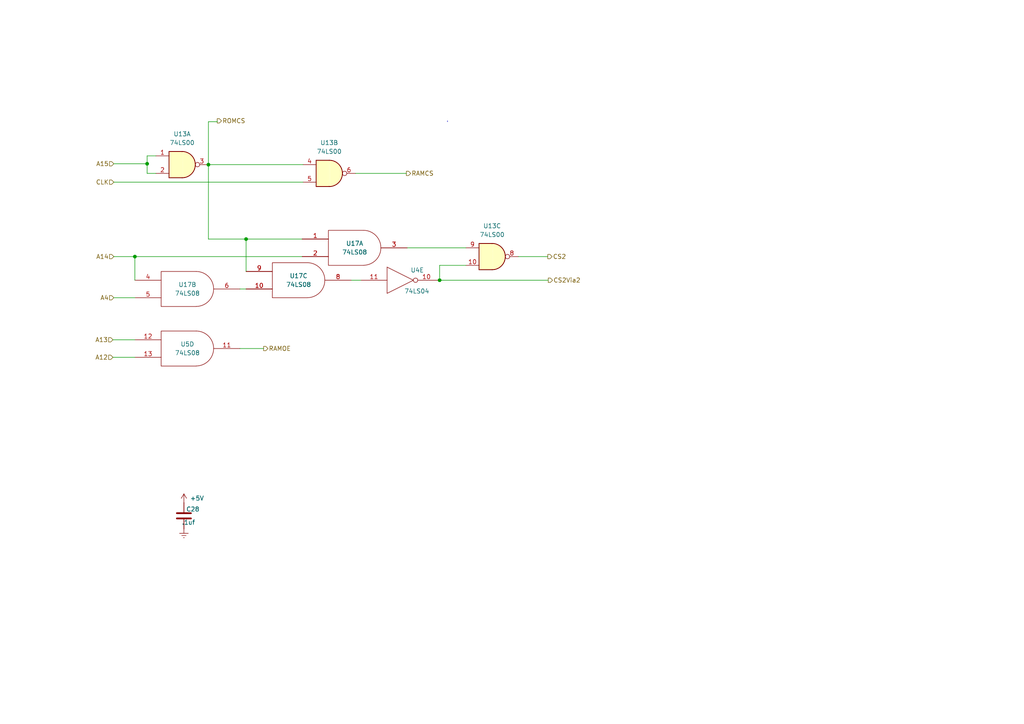
<source format=kicad_sch>
(kicad_sch (version 20231120) (generator "eeschema") (generator_version "8.0")
  (paper "A4")
  (lib_symbols
    (symbol "74xx:74LS00" (pin_names (offset 1.016))
      (property "Reference" "U" (at 0 1.27 0))
      (property "Value" "74LS00" (at 0 -1.27 0))
      (symbol "74LS00_1_1"
        (arc (start 0 -3.81) (mid 3.7934 0) (end 0 3.81) (stroke (width 0.254)) (fill (type background)))
        (polyline (pts (xy 0 3.81) (xy -3.81 3.81) (xy -3.81 -3.81) (xy 0 -3.81)) (stroke (width 0.254)) (fill (type background)))
        (pin input line (at -7.62 2.54 0) (length 3.81) (name "~") (number "1"))
        (pin input line (at -7.62 -2.54 0) (length 3.81) (name "~") (number "2"))
        (pin output inverted (at 7.62 0 180) (length 3.81) (name "~") (number "3"))
      )
      (symbol "74LS00_1_2"
        (arc (start -3.81 -3.81) (mid -2.589 0) (end -3.81 3.81) (stroke (width 0.254)))
        (arc (start -0.6096 -3.81) (mid 2.1842 -2.5851) (end 3.81 0) (stroke (width 0.254)) (fill (type background)))
        (polyline (pts (xy -3.81 -3.81) (xy -0.635 -3.81)) (stroke (width 0.254)) (fill (type background)))
        (polyline (pts (xy -3.81 3.81) (xy -0.635 3.81)) (stroke (width 0.254)) (fill (type background)))
        (polyline (pts (xy -0.635 3.81) (xy -3.81 3.81) (xy -3.81 3.81) (xy -3.556 3.4036) (xy -3.0226 2.2606) (xy -2.6924 1.0414) (xy -2.6162 -0.254) (xy -2.7686 -1.4986) (xy -3.175 -2.7178) (xy -3.81 -3.81) (xy -3.81 -3.81) (xy -0.635 -3.81)) (stroke (width -25.4)) (fill (type background)))
        (arc (start 3.81 0) (mid 2.1915 2.5936) (end -0.6096 3.81) (stroke (width 0.254)) (fill (type background)))
        (pin input inverted (at -7.62 2.54 0) (length 4.318) (name "~") (number "1"))
        (pin input inverted (at -7.62 -2.54 0) (length 4.318) (name "~") (number "2"))
        (pin output line (at 7.62 0 180) (length 3.81) (name "~") (number "3"))
      )
      (symbol "74LS00_2_1"
        (arc (start 0 -3.81) (mid 3.7934 0) (end 0 3.81) (stroke (width 0.254)) (fill (type background)))
        (polyline (pts (xy 0 3.81) (xy -3.81 3.81) (xy -3.81 -3.81) (xy 0 -3.81)) (stroke (width 0.254)) (fill (type background)))
        (pin input line (at -7.62 2.54 0) (length 3.81) (name "~") (number "4"))
        (pin input line (at -7.62 -2.54 0) (length 3.81) (name "~") (number "5"))
        (pin output inverted (at 7.62 0 180) (length 3.81) (name "~") (number "6"))
      )
      (symbol "74LS00_2_2"
        (arc (start -3.81 -3.81) (mid -2.589 0) (end -3.81 3.81) (stroke (width 0.254)))
        (arc (start -0.6096 -3.81) (mid 2.1842 -2.5851) (end 3.81 0) (stroke (width 0.254)) (fill (type background)))
        (polyline (pts (xy -3.81 -3.81) (xy -0.635 -3.81)) (stroke (width 0.254)) (fill (type background)))
        (polyline (pts (xy -3.81 3.81) (xy -0.635 3.81)) (stroke (width 0.254)) (fill (type background)))
        (polyline (pts (xy -0.635 3.81) (xy -3.81 3.81) (xy -3.81 3.81) (xy -3.556 3.4036) (xy -3.0226 2.2606) (xy -2.6924 1.0414) (xy -2.6162 -0.254) (xy -2.7686 -1.4986) (xy -3.175 -2.7178) (xy -3.81 -3.81) (xy -3.81 -3.81) (xy -0.635 -3.81)) (stroke (width -25.4)) (fill (type background)))
        (arc (start 3.81 0) (mid 2.1915 2.5936) (end -0.6096 3.81) (stroke (width 0.254)) (fill (type background)))
        (pin input inverted (at -7.62 2.54 0) (length 4.318) (name "~") (number "4"))
        (pin input inverted (at -7.62 -2.54 0) (length 4.318) (name "~") (number "5"))
        (pin output line (at 7.62 0 180) (length 3.81) (name "~") (number "6"))
      )
      (symbol "74LS00_3_1"
        (arc (start 0 -3.81) (mid 3.7934 0) (end 0 3.81) (stroke (width 0.254)) (fill (type background)))
        (polyline (pts (xy 0 3.81) (xy -3.81 3.81) (xy -3.81 -3.81) (xy 0 -3.81)) (stroke (width 0.254)) (fill (type background)))
        (pin input line (at -7.62 -2.54 0) (length 3.81) (name "~") (number "10"))
        (pin output inverted (at 7.62 0 180) (length 3.81) (name "~") (number "8"))
        (pin input line (at -7.62 2.54 0) (length 3.81) (name "~") (number "9"))
      )
      (symbol "74LS00_3_2"
        (arc (start -3.81 -3.81) (mid -2.589 0) (end -3.81 3.81) (stroke (width 0.254)))
        (arc (start -0.6096 -3.81) (mid 2.1842 -2.5851) (end 3.81 0) (stroke (width 0.254)) (fill (type background)))
        (polyline (pts (xy -3.81 -3.81) (xy -0.635 -3.81)) (stroke (width 0.254)) (fill (type background)))
        (polyline (pts (xy -3.81 3.81) (xy -0.635 3.81)) (stroke (width 0.254)) (fill (type background)))
        (polyline (pts (xy -0.635 3.81) (xy -3.81 3.81) (xy -3.81 3.81) (xy -3.556 3.4036) (xy -3.0226 2.2606) (xy -2.6924 1.0414) (xy -2.6162 -0.254) (xy -2.7686 -1.4986) (xy -3.175 -2.7178) (xy -3.81 -3.81) (xy -3.81 -3.81) (xy -0.635 -3.81)) (stroke (width -25.4)) (fill (type background)))
        (arc (start 3.81 0) (mid 2.1915 2.5936) (end -0.6096 3.81) (stroke (width 0.254)) (fill (type background)))
        (pin input inverted (at -7.62 -2.54 0) (length 4.318) (name "~") (number "10"))
        (pin output line (at 7.62 0 180) (length 3.81) (name "~") (number "8"))
        (pin input inverted (at -7.62 2.54 0) (length 4.318) (name "~") (number "9"))
      )
      (symbol "74LS00_4_1"
        (arc (start 0 -3.81) (mid 3.7934 0) (end 0 3.81) (stroke (width 0.254)) (fill (type background)))
        (polyline (pts (xy 0 3.81) (xy -3.81 3.81) (xy -3.81 -3.81) (xy 0 -3.81)) (stroke (width 0.254)) (fill (type background)))
        (pin output inverted (at 7.62 0 180) (length 3.81) (name "~") (number "11"))
        (pin input line (at -7.62 2.54 0) (length 3.81) (name "~") (number "12"))
        (pin input line (at -7.62 -2.54 0) (length 3.81) (name "~") (number "13"))
      )
      (symbol "74LS00_4_2"
        (arc (start -3.81 -3.81) (mid -2.589 0) (end -3.81 3.81) (stroke (width 0.254)))
        (arc (start -0.6096 -3.81) (mid 2.1842 -2.5851) (end 3.81 0) (stroke (width 0.254)) (fill (type background)))
        (polyline (pts (xy -3.81 -3.81) (xy -0.635 -3.81)) (stroke (width 0.254)) (fill (type background)))
        (polyline (pts (xy -3.81 3.81) (xy -0.635 3.81)) (stroke (width 0.254)) (fill (type background)))
        (polyline (pts (xy -0.635 3.81) (xy -3.81 3.81) (xy -3.81 3.81) (xy -3.556 3.4036) (xy -3.0226 2.2606) (xy -2.6924 1.0414) (xy -2.6162 -0.254) (xy -2.7686 -1.4986) (xy -3.175 -2.7178) (xy -3.81 -3.81) (xy -3.81 -3.81) (xy -0.635 -3.81)) (stroke (width -25.4)) (fill (type background)))
        (arc (start 3.81 0) (mid 2.1915 2.5936) (end -0.6096 3.81) (stroke (width 0.254)) (fill (type background)))
        (pin output line (at 7.62 0 180) (length 3.81) (name "~") (number "11"))
        (pin input inverted (at -7.62 2.54 0) (length 4.318) (name "~") (number "12"))
        (pin input inverted (at -7.62 -2.54 0) (length 4.318) (name "~") (number "13"))
      )
      (symbol "74LS00_5_0"
        (pin power_in line (at 0 12.7 270) (length 5.08) (name "VCC") (number "14"))
        (pin power_in line (at 0 -12.7 90) (length 5.08) (name "GND") (number "7"))
      )
      (symbol "74LS00_5_1"
        (rectangle (start -5.08 7.62) (end 5.08 -7.62) (stroke (width 0.254)) (fill (type background)))
      )
    )
    (symbol "8bit-computer-rescue:74LS04-8bit-computer-rescue" (pin_names (offset 0.762))
      (property "Reference" "U" (at 4.953 2.921 0))
      (property "Value" "8bit-computer-rescue:74LS04" (at 4.826 -3.175 0))
      (symbol "74LS04-8bit-computer-rescue_0_0"
        (polyline (pts (xy -3.81 3.81) (xy -3.81 -3.81) (xy 3.81 0) (xy -3.81 3.81)))
        (pin power_in line (at -1.27 2.54 90) (length 0) hide (name "VCC") (number "14"))
        (pin power_in line (at -1.27 -2.54 90) (length 0) hide (name "GND") (number "7"))
      )
      (symbol "74LS04-8bit-computer-rescue_1_1"
        (pin input line (at -11.43 0 0) (length 7.62) (name "~") (number "1"))
        (pin output inverted (at 11.43 0 180) (length 7.62) (name "~") (number "2"))
      )
      (symbol "74LS04-8bit-computer-rescue_1_2"
        (pin input inverted (at -11.43 0 0) (length 7.62) (name "~") (number "1"))
        (pin output line (at 11.43 0 180) (length 7.62) (name "~") (number "2"))
      )
      (symbol "74LS04-8bit-computer-rescue_2_1"
        (pin input line (at -11.43 0 0) (length 7.62) (name "~") (number "3"))
        (pin output inverted (at 11.43 0 180) (length 7.62) (name "~") (number "4"))
      )
      (symbol "74LS04-8bit-computer-rescue_2_2"
        (pin input inverted (at -11.43 0 0) (length 7.62) (name "~") (number "3"))
        (pin output line (at 11.43 0 180) (length 7.62) (name "~") (number "4"))
      )
      (symbol "74LS04-8bit-computer-rescue_3_1"
        (pin input line (at -11.43 0 0) (length 7.62) (name "~") (number "5"))
        (pin output inverted (at 11.43 0 180) (length 7.62) (name "~") (number "6"))
      )
      (symbol "74LS04-8bit-computer-rescue_3_2"
        (pin input inverted (at -11.43 0 0) (length 7.62) (name "~") (number "5"))
        (pin output line (at 11.43 0 180) (length 7.62) (name "~") (number "6"))
      )
      (symbol "74LS04-8bit-computer-rescue_4_1"
        (pin output inverted (at 11.43 0 180) (length 7.62) (name "~") (number "8"))
        (pin input line (at -11.43 0 0) (length 7.62) (name "~") (number "9"))
      )
      (symbol "74LS04-8bit-computer-rescue_4_2"
        (pin output line (at 11.43 0 180) (length 7.62) (name "~") (number "8"))
        (pin input inverted (at -11.43 0 0) (length 7.62) (name "~") (number "9"))
      )
      (symbol "74LS04-8bit-computer-rescue_5_1"
        (pin output inverted (at 11.43 0 180) (length 7.62) (name "~") (number "10"))
        (pin input line (at -11.43 0 0) (length 7.62) (name "~") (number "11"))
      )
      (symbol "74LS04-8bit-computer-rescue_5_2"
        (pin output line (at 11.43 0 180) (length 7.62) (name "~") (number "10"))
        (pin input inverted (at -11.43 0 0) (length 7.62) (name "~") (number "11"))
      )
      (symbol "74LS04-8bit-computer-rescue_6_1"
        (pin output inverted (at 11.43 0 180) (length 7.62) (name "~") (number "12"))
        (pin input line (at -11.43 0 0) (length 7.62) (name "~") (number "13"))
      )
      (symbol "74LS04-8bit-computer-rescue_6_2"
        (pin output line (at 11.43 0 180) (length 7.62) (name "~") (number "12"))
        (pin input inverted (at -11.43 0 0) (length 7.62) (name "~") (number "13"))
      )
    )
    (symbol "8bit-computer-rescue:74LS08-8bit-computer-rescue" (pin_names (offset 0.762))
      (property "Reference" "U" (at 0 1.27 0))
      (property "Value" "8bit-computer-rescue:74LS08" (at 0 -1.27 0))
      (symbol "74LS08-8bit-computer-rescue_0_0"
        (pin power_in line (at -5.08 5.08 90) (length 0) hide (name "VCC") (number "14"))
        (pin power_in line (at -5.08 -5.08 90) (length 0) hide (name "GND") (number "7"))
      )
      (symbol "74LS08-8bit-computer-rescue_0_1"
        (polyline (pts (xy 2.54 5.08) (xy -7.62 5.08) (xy -7.62 -5.08) (xy 2.54 -5.08)))
        (arc (start 2.5654 -5.0546) (mid 7.5947 0.0001) (end 2.5654 5.08))
      )
      (symbol "74LS08-8bit-computer-rescue_0_2"
        (arc (start -7.62 -5.0292) (mid -5.3094 0.0082) (end -7.62 5.0546))
        (arc (start 0 -5.0546) (mid 4.5632 -3.6449) (end 7.5946 0.0508))
        (polyline (pts (xy -7.62 -5.08) (xy 0 -5.08)))
        (polyline (pts (xy -7.62 5.08) (xy 0 5.08)))
        (arc (start 7.62 0) (mid 4.6132 3.6946) (end 0.0508 5.08))
      )
      (symbol "74LS08-8bit-computer-rescue_1_1"
        (pin input line (at -15.24 2.54 0) (length 7.62) (name "~") (number "1"))
        (pin input line (at -15.24 -2.54 0) (length 7.62) (name "~") (number "2"))
        (pin output line (at 15.24 0 180) (length 7.62) (name "~") (number "3"))
      )
      (symbol "74LS08-8bit-computer-rescue_1_2"
        (pin input inverted (at -15.24 2.54 0) (length 9.398) (name "~") (number "1"))
        (pin input inverted (at -15.24 -2.54 0) (length 9.398) (name "~") (number "2"))
        (pin output inverted (at 15.24 0 180) (length 7.62) (name "~") (number "3"))
      )
      (symbol "74LS08-8bit-computer-rescue_2_1"
        (pin input line (at -15.24 2.54 0) (length 7.62) (name "~") (number "4"))
        (pin input line (at -15.24 -2.54 0) (length 7.62) (name "~") (number "5"))
        (pin output line (at 15.24 0 180) (length 7.62) (name "~") (number "6"))
      )
      (symbol "74LS08-8bit-computer-rescue_2_2"
        (pin input inverted (at -15.24 2.54 0) (length 9.398) (name "~") (number "4"))
        (pin input inverted (at -15.24 -2.54 0) (length 9.398) (name "~") (number "5"))
        (pin output inverted (at 15.24 0 180) (length 7.62) (name "~") (number "6"))
      )
      (symbol "74LS08-8bit-computer-rescue_3_1"
        (pin input line (at -15.24 -2.54 0) (length 7.62) (name "~") (number "10"))
        (pin output line (at 15.24 0 180) (length 7.62) (name "~") (number "8"))
        (pin input line (at -15.24 2.54 0) (length 7.62) (name "~") (number "9"))
      )
      (symbol "74LS08-8bit-computer-rescue_3_2"
        (pin input inverted (at -15.24 -2.54 0) (length 9.398) (name "~") (number "10"))
        (pin output inverted (at 15.24 0 180) (length 7.62) (name "~") (number "8"))
        (pin input inverted (at -15.24 2.54 0) (length 9.398) (name "~") (number "9"))
      )
      (symbol "74LS08-8bit-computer-rescue_4_1"
        (pin output line (at 15.24 0 180) (length 7.62) (name "~") (number "11"))
        (pin input line (at -15.24 2.54 0) (length 7.62) (name "~") (number "12"))
        (pin input line (at -15.24 -2.54 0) (length 7.62) (name "~") (number "13"))
      )
      (symbol "74LS08-8bit-computer-rescue_4_2"
        (pin output inverted (at 15.24 0 180) (length 7.62) (name "~") (number "11"))
        (pin input inverted (at -15.24 2.54 0) (length 9.398) (name "~") (number "12"))
        (pin input inverted (at -15.24 -2.54 0) (length 9.398) (name "~") (number "13"))
      )
    )
    (symbol "Device:C" (pin_numbers hide) (pin_names (offset 0.254))
      (property "Reference" "C" (at 0.635 2.54 0))
      (property "Value" "C" (at 0.635 -2.54 0))
      (symbol "C_0_1"
        (polyline (pts (xy -2.032 -0.762) (xy 2.032 -0.762)) (stroke (width 0.508)))
        (polyline (pts (xy -2.032 0.762) (xy 2.032 0.762)) (stroke (width 0.508)))
      )
      (symbol "C_1_1"
        (pin passive line (at 0 3.81 270) (length 2.794) (name "~") (number "1"))
        (pin passive line (at 0 -3.81 90) (length 2.794) (name "~") (number "2"))
      )
    )
    (symbol "power:+5V" (power) (pin_names (offset 0))
      (property "Value" "+5V" (at 0 3.556 0))
      (symbol "+5V_0_1"
        (polyline (pts (xy -0.762 1.27) (xy 0 2.54)))
        (polyline (pts (xy 0 0) (xy 0 2.54)))
        (polyline (pts (xy 0 2.54) (xy 0.762 1.27)))
      )
      (symbol "+5V_1_1"
        (pin power_in line (at 0 0 90) (length 0) hide (name "+5V") (number "1"))
      )
    )
    (symbol "power:Earth" (power) (pin_names (offset 0))
      (symbol "Earth_0_1"
        (polyline (pts (xy -0.635 -1.905) (xy 0.635 -1.905)))
        (polyline (pts (xy -0.127 -2.54) (xy 0.127 -2.54)))
        (polyline (pts (xy 0 -1.27) (xy 0 0)))
        (polyline (pts (xy 1.27 -1.27) (xy -1.27 -1.27)))
      )
      (symbol "Earth_1_1"
        (pin power_in line (at 0 0 270) (length 0) hide (name "Earth") (number "1"))
      )
    )
  )
  (junction (at 127.508 81.28))
  (junction (at 60.452 47.752))
  (junction (at 42.672 47.498))
  (junction (at 39.116 74.422))
  (junction (at 71.374 69.342))
  (wire (pts (xy 42.672 50.292) (xy 45.212 50.292)))
  (wire (pts (xy 39.116 74.422) (xy 39.116 81.28)))
  (wire (pts (xy 33.02 47.498) (xy 42.672 47.498)))
  (wire (pts (xy 45.212 45.212) (xy 42.672 45.212)))
  (wire (pts (xy 71.374 69.342) (xy 87.63 69.342)))
  (wire (pts (xy 60.452 35.306) (xy 60.452 47.752)))
  (wire (pts (xy 71.374 69.342) (xy 71.374 78.74)))
  (wire (pts (xy 118.11 71.882) (xy 135.128 71.882)))
  (wire (pts (xy 33.02 52.832) (xy 87.884 52.832)))
  (wire (pts (xy 62.992 35.306) (xy 60.452 35.306)))
  (wire (pts (xy 159.004 81.28) (xy 127.508 81.28)))
  (wire (pts (xy 69.596 83.82) (xy 71.374 83.82)))
  (wire (pts (xy 39.116 74.422) (xy 87.63 74.422)))
  (wire (pts (xy 101.854 81.28) (xy 104.648 81.28)))
  (wire (pts (xy 150.368 74.422) (xy 158.877 74.422)))
  (wire (pts (xy 32.766 98.552) (xy 39.116 98.552)))
  (wire (pts (xy 33.02 74.422) (xy 39.116 74.422)))
  (wire (pts (xy 127.508 76.962) (xy 135.128 76.962)))
  (wire (pts (xy 103.124 50.292) (xy 117.856 50.292)))
  (wire (pts (xy 42.672 47.498) (xy 42.672 50.292)))
  (wire (pts (xy 69.596 101.092) (xy 76.454 101.092)))
  (wire (pts (xy 60.452 47.752) (xy 60.452 69.342)))
  (wire (pts (xy 60.452 69.342) (xy 71.374 69.342)))
  (wire (pts (xy 42.672 45.212) (xy 42.672 47.498)))
  (wire (pts (xy 60.452 47.752) (xy 87.884 47.752)))
  (polyline (pts (xy 129.794 35.052) (xy 129.794 35.306)))
  (wire (pts (xy 127.508 76.962) (xy 127.508 81.28)))
  (wire (pts (xy 32.766 103.632) (xy 39.116 103.632)))
  (wire (pts (xy 33.02 86.36) (xy 39.116 86.36)))
  (wire (pts (xy 62.992 35.052) (xy 62.992 35.306)))
  (hierarchical_label "CS2" (shape output) (at 158.877 74.422 0))
  (hierarchical_label "A13" (shape input) (at 32.766 98.552 180))
  (hierarchical_label "RAMOE" (shape output) (at 76.454 101.092 0))
  (hierarchical_label "A12" (shape input) (at 32.766 103.632 180))
  (hierarchical_label "RAMCS" (shape output) (at 117.856 50.292 0))
  (hierarchical_label "A14" (shape input) (at 33.02 74.422 180))
  (hierarchical_label "ROMCS" (shape output) (at 62.992 35.052 0))
  (hierarchical_label "CLK" (shape input) (at 33.02 52.832 180))
  (hierarchical_label "A4" (shape input) (at 33.02 86.36 180))
  (hierarchical_label "A15" (shape input) (at 33.02 47.498 180))
  (hierarchical_label "CS2Via2" (shape output) (at 159.004 81.28 0))
  (symbol (lib_id "8bit-computer-rescue:74LS08-8bit-computer-rescue") (at 102.87 71.882 0) (unit 1)
    (property "Reference" "U17" (at 102.87 70.612 0))
    (property "Value" "74LS08" (at 102.87 73.152 0))
    (property "Footprint" "Package_DIP:DIP-14_W7.62mm" (effects (hide yes)))
  )
  (symbol (lib_id "8bit-computer-rescue:74LS08-8bit-computer-rescue") (at 86.614 81.28 0) (unit 3)
    (property "Reference" "U17" (at 86.614 80.01 0))
    (property "Value" "74LS08" (at 86.614 82.55 0))
    (property "Footprint" "Package_DIP:DIP-14_W7.62mm" (effects (hide yes)))
  )
  (symbol (lib_id "8bit-computer-rescue:74LS04-8bit-computer-rescue") (at 116.078 81.28 0) (unit 5)
    (property "Reference" "U4" (at 121.031 78.359 0))
    (property "Value" "74LS04" (at 120.904 84.455 0))
    (property "Footprint" "Package_DIP:DIP-14_W7.62mm" (effects (hide yes)))
  )
  (symbol (lib_id "power:Earth") (at 53.34 153.416 0) (unit 1)
    (property "Reference" "#PWR065" (effects (hide yes)))
    (property "Value" "Earth" (effects (hide yes)))
  )
  (symbol (lib_id "74xx:74LS00") (at 95.504 50.292 0) (unit 2)
    (property "Reference" "U13" (at 95.4957 41.402 0))
    (property "Value" "74LS00" (at 95.4957 43.942 0))
    (property "Footprint" "Package_DIP:DIP-14_W7.62mm" (effects (hide yes)))
    (property "Datasheet" "http://www.ti.com/lit/gpn/sn74ls00" (effects (hide yes)))
  )
  (symbol (lib_id "8bit-computer-rescue:74LS08-8bit-computer-rescue") (at 54.356 101.092 0) (unit 4)
    (property "Reference" "U5" (at 54.356 99.822 0))
    (property "Value" "74LS08" (at 54.356 102.362 0))
    (property "Footprint" "Package_DIP:DIP-14_W7.62mm" (effects (hide yes)))
  )
  (symbol (lib_id "Device:C") (at 53.34 149.606 0) (unit 1)
    (property "Reference" "C28" (at 53.975 147.701 0) (effects (justify left)))
    (property "Value" ".1uf" (at 52.705 151.511 0) (effects (justify left)))
    (property "Footprint" "Capacitor_THT:C_Disc_D4.3mm_W1.9mm_P5.00mm" (effects (hide yes)))
  )
  (symbol (lib_id "74xx:74LS00") (at 142.748 74.422 0) (unit 3)
    (property "Reference" "U13" (at 142.7397 65.532 0))
    (property "Value" "74LS00" (at 142.7397 68.072 0))
    (property "Footprint" "Package_DIP:DIP-14_W7.62mm" (effects (hide yes)))
    (property "Datasheet" "http://www.ti.com/lit/gpn/sn74ls00" (effects (hide yes)))
  )
  (symbol (lib_id "8bit-computer-rescue:74LS08-8bit-computer-rescue") (at 54.356 83.82 0) (unit 2)
    (property "Reference" "U17" (at 54.356 82.55 0))
    (property "Value" "74LS08" (at 54.356 85.09 0))
    (property "Footprint" "Package_DIP:DIP-14_W7.62mm" (effects (hide yes)))
  )
  (symbol (lib_id "74xx:74LS00") (at 52.832 47.752 0) (unit 1)
    (property "Reference" "U13" (at 52.8237 38.862 0))
    (property "Value" "74LS00" (at 52.8237 41.402 0))
    (property "Footprint" "Package_DIP:DIP-14_W7.62mm" (effects (hide yes)))
    (property "Datasheet" "http://www.ti.com/lit/gpn/sn74ls00" (effects (hide yes)))
  )
  (symbol (lib_id "power:+5V") (at 53.34 145.796 0) (unit 1)
    (property "Reference" "#PWR027" (effects (hide yes)))
    (property "Value" "+5V" (at 57.15 144.526 0))
  )
)
</source>
